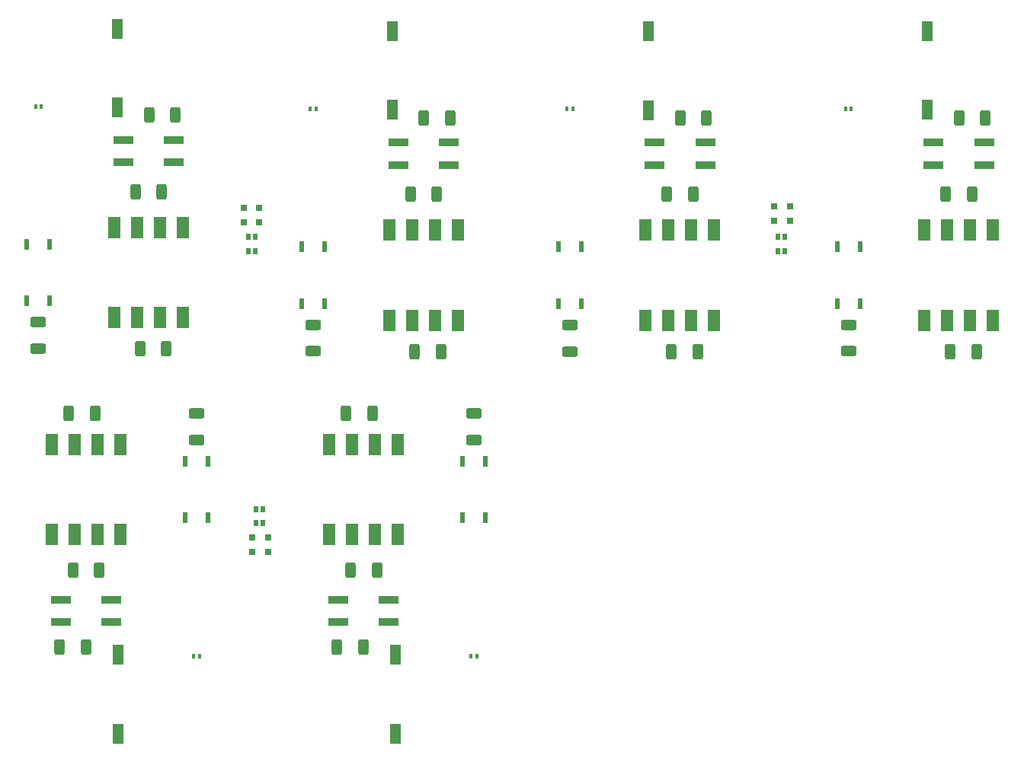
<source format=gbr>
%TF.GenerationSoftware,KiCad,Pcbnew,8.0.1*%
%TF.CreationDate,2025-02-20T00:44:45-08:00*%
%TF.ProjectId,tty2040,74747932-3034-4302-9e6b-696361645f70,a*%
%TF.SameCoordinates,Original*%
%TF.FileFunction,Paste,Top*%
%TF.FilePolarity,Positive*%
%FSLAX46Y46*%
G04 Gerber Fmt 4.6, Leading zero omitted, Abs format (unit mm)*
G04 Created by KiCad (PCBNEW 8.0.1) date 2025-02-20 00:44:45*
%MOMM*%
%LPD*%
G01*
G04 APERTURE LIST*
G04 Aperture macros list*
%AMRoundRect*
0 Rectangle with rounded corners*
0 $1 Rounding radius*
0 $2 $3 $4 $5 $6 $7 $8 $9 X,Y pos of 4 corners*
0 Add a 4 corners polygon primitive as box body*
4,1,4,$2,$3,$4,$5,$6,$7,$8,$9,$2,$3,0*
0 Add four circle primitives for the rounded corners*
1,1,$1+$1,$2,$3*
1,1,$1+$1,$4,$5*
1,1,$1+$1,$6,$7*
1,1,$1+$1,$8,$9*
0 Add four rect primitives between the rounded corners*
20,1,$1+$1,$2,$3,$4,$5,0*
20,1,$1+$1,$4,$5,$6,$7,0*
20,1,$1+$1,$6,$7,$8,$9,0*
20,1,$1+$1,$8,$9,$2,$3,0*%
G04 Aperture macros list end*
%ADD10R,1.300000X2.300000*%
%ADD11RoundRect,0.250000X0.312500X0.625000X-0.312500X0.625000X-0.312500X-0.625000X0.312500X-0.625000X0*%
%ADD12RoundRect,0.250000X-0.312500X-0.625000X0.312500X-0.625000X0.312500X0.625000X-0.312500X0.625000X0*%
%ADD13R,0.300000X0.600000*%
%ADD14R,0.800000X0.800000*%
%ADD15R,2.160000X0.910000*%
%ADD16R,1.420000X2.450000*%
%ADD17R,0.600000X0.800000*%
%ADD18RoundRect,0.250000X0.625000X-0.312500X0.625000X0.312500X-0.625000X0.312500X-0.625000X-0.312500X0*%
%ADD19R,0.590000X1.300000*%
%ADD20RoundRect,0.250000X-0.625000X0.312500X-0.625000X-0.312500X0.625000X-0.312500X0.625000X0.312500X0*%
G04 APERTURE END LIST*
D10*
%TO.C,SW5*%
X104520000Y-130720000D03*
X104520000Y-139480000D03*
%TD*%
%TO.C,SW1*%
X194480000Y-70130000D03*
X194480000Y-61370000D03*
%TD*%
%TO.C,SW4*%
X104462500Y-69842500D03*
X104462500Y-61082500D03*
%TD*%
%TO.C,SW2*%
X163500000Y-70150000D03*
X163500000Y-61390000D03*
%TD*%
%TO.C,SW3*%
X135000000Y-70130000D03*
X135000000Y-61370000D03*
%TD*%
%TO.C,SW6*%
X135345000Y-130720000D03*
X135345000Y-139480000D03*
%TD*%
D11*
%TO.C,R22*%
X133307500Y-121350000D03*
X130382500Y-121350000D03*
%TD*%
D12*
%TO.C,R6*%
X165537500Y-79520000D03*
X168462500Y-79520000D03*
%TD*%
D13*
%TO.C,D10*%
X112950000Y-130850000D03*
X113590000Y-130850000D03*
%TD*%
D14*
%TO.C,LED3*%
X120250000Y-81000000D03*
X120250000Y-82600000D03*
%TD*%
D12*
%TO.C,R12*%
X137537500Y-97000000D03*
X140462500Y-97000000D03*
%TD*%
D14*
%TO.C,LED6*%
X121250000Y-119300000D03*
X121250000Y-117700000D03*
%TD*%
D13*
%TO.C,D2*%
X186050000Y-70000000D03*
X185410000Y-70000000D03*
%TD*%
D15*
%TO.C,D7*%
X105152500Y-73462500D03*
X110772500Y-73462500D03*
X105152500Y-75962500D03*
X110772500Y-75962500D03*
%TD*%
D16*
%TO.C,U3*%
X170810000Y-83500000D03*
X168270000Y-83500000D03*
X165730000Y-83500000D03*
X163190000Y-83500000D03*
X163190000Y-93540000D03*
X165730000Y-93540000D03*
X168270000Y-93540000D03*
X170810000Y-93540000D03*
%TD*%
D15*
%TO.C,D3*%
X164190000Y-73770000D03*
X169810000Y-73770000D03*
X164190000Y-76270000D03*
X169810000Y-76270000D03*
%TD*%
D11*
%TO.C,R18*%
X102482500Y-121350000D03*
X99557500Y-121350000D03*
%TD*%
D17*
%TO.C,U15*%
X119850000Y-116100000D03*
X120650000Y-116100000D03*
X120650000Y-114500000D03*
X119850000Y-114500000D03*
%TD*%
D14*
%TO.C,LED5*%
X119500000Y-119300000D03*
X119500000Y-117700000D03*
%TD*%
D18*
%TO.C,R11*%
X126250000Y-96962500D03*
X126250000Y-94037500D03*
%TD*%
D12*
%TO.C,R4*%
X197017500Y-97000000D03*
X199942500Y-97000000D03*
%TD*%
%TO.C,R16*%
X107000000Y-96712500D03*
X109925000Y-96712500D03*
%TD*%
D17*
%TO.C,U14*%
X119800000Y-84250000D03*
X119000000Y-84250000D03*
X119000000Y-85850000D03*
X119800000Y-85850000D03*
%TD*%
D16*
%TO.C,U9*%
X97210000Y-117370000D03*
X99750000Y-117370000D03*
X102290000Y-117370000D03*
X104830000Y-117370000D03*
X104830000Y-107330000D03*
X102290000Y-107330000D03*
X99750000Y-107330000D03*
X97210000Y-107330000D03*
%TD*%
D11*
%TO.C,R24*%
X132807500Y-103850000D03*
X129882500Y-103850000D03*
%TD*%
D15*
%TO.C,D1*%
X195170000Y-73750000D03*
X200790000Y-73750000D03*
X195170000Y-76250000D03*
X200790000Y-76250000D03*
%TD*%
D16*
%TO.C,U7*%
X111772500Y-83192500D03*
X109232500Y-83192500D03*
X106692500Y-83192500D03*
X104152500Y-83192500D03*
X104152500Y-93232500D03*
X106692500Y-93232500D03*
X109232500Y-93232500D03*
X111772500Y-93232500D03*
%TD*%
D12*
%TO.C,R8*%
X166037500Y-97020000D03*
X168962500Y-97020000D03*
%TD*%
D17*
%TO.C,U13*%
X178650000Y-84200000D03*
X177850000Y-84200000D03*
X177850000Y-85800000D03*
X178650000Y-85800000D03*
%TD*%
D12*
%TO.C,R5*%
X167037500Y-71020000D03*
X169962500Y-71020000D03*
%TD*%
D18*
%TO.C,R7*%
X154750000Y-96982500D03*
X154750000Y-94057500D03*
%TD*%
D19*
%TO.C,U8*%
X94442500Y-91362500D03*
X96982500Y-91362500D03*
X96982500Y-85062500D03*
X94442500Y-85062500D03*
%TD*%
D16*
%TO.C,U5*%
X142310000Y-83480000D03*
X139770000Y-83480000D03*
X137230000Y-83480000D03*
X134690000Y-83480000D03*
X134690000Y-93520000D03*
X137230000Y-93520000D03*
X139770000Y-93520000D03*
X142310000Y-93520000D03*
%TD*%
D19*
%TO.C,U4*%
X153480000Y-91670000D03*
X156020000Y-91670000D03*
X156020000Y-85370000D03*
X153480000Y-85370000D03*
%TD*%
D20*
%TO.C,R23*%
X144095000Y-103887500D03*
X144095000Y-106812500D03*
%TD*%
D11*
%TO.C,R20*%
X101982500Y-103850000D03*
X99057500Y-103850000D03*
%TD*%
D19*
%TO.C,U6*%
X124980000Y-91650000D03*
X127520000Y-91650000D03*
X127520000Y-85350000D03*
X124980000Y-85350000D03*
%TD*%
%TO.C,U10*%
X114540000Y-109200000D03*
X112000000Y-109200000D03*
X112000000Y-115500000D03*
X114540000Y-115500000D03*
%TD*%
D16*
%TO.C,U1*%
X201790000Y-83480000D03*
X199250000Y-83480000D03*
X196710000Y-83480000D03*
X194170000Y-83480000D03*
X194170000Y-93520000D03*
X196710000Y-93520000D03*
X199250000Y-93520000D03*
X201790000Y-93520000D03*
%TD*%
D12*
%TO.C,R2*%
X196517500Y-79500000D03*
X199442500Y-79500000D03*
%TD*%
D15*
%TO.C,D9*%
X103830000Y-127100000D03*
X98210000Y-127100000D03*
X103830000Y-124600000D03*
X98210000Y-124600000D03*
%TD*%
D18*
%TO.C,R15*%
X95712500Y-96675000D03*
X95712500Y-93750000D03*
%TD*%
D11*
%TO.C,R17*%
X100982500Y-129850000D03*
X98057500Y-129850000D03*
%TD*%
D12*
%TO.C,R9*%
X138537500Y-71000000D03*
X141462500Y-71000000D03*
%TD*%
%TO.C,R10*%
X137037500Y-79500000D03*
X139962500Y-79500000D03*
%TD*%
D14*
%TO.C,LED4*%
X118500000Y-81000000D03*
X118500000Y-82600000D03*
%TD*%
D18*
%TO.C,R3*%
X185730000Y-96962500D03*
X185730000Y-94037500D03*
%TD*%
D12*
%TO.C,R14*%
X106500000Y-79212500D03*
X109425000Y-79212500D03*
%TD*%
D13*
%TO.C,D4*%
X155070000Y-70020000D03*
X154430000Y-70020000D03*
%TD*%
D12*
%TO.C,R13*%
X108000000Y-70712500D03*
X110925000Y-70712500D03*
%TD*%
D19*
%TO.C,U12*%
X145365000Y-109200000D03*
X142825000Y-109200000D03*
X142825000Y-115500000D03*
X145365000Y-115500000D03*
%TD*%
D12*
%TO.C,R1*%
X198017500Y-71000000D03*
X200942500Y-71000000D03*
%TD*%
D14*
%TO.C,LED1*%
X179250000Y-80870000D03*
X179250000Y-82470000D03*
%TD*%
D13*
%TO.C,D12*%
X143775000Y-130850000D03*
X144415000Y-130850000D03*
%TD*%
D16*
%TO.C,U11*%
X128035000Y-117370000D03*
X130575000Y-117370000D03*
X133115000Y-117370000D03*
X135655000Y-117370000D03*
X135655000Y-107330000D03*
X133115000Y-107330000D03*
X130575000Y-107330000D03*
X128035000Y-107330000D03*
%TD*%
D11*
%TO.C,R21*%
X131807500Y-129850000D03*
X128882500Y-129850000D03*
%TD*%
D15*
%TO.C,D11*%
X134655000Y-127100000D03*
X129035000Y-127100000D03*
X134655000Y-124600000D03*
X129035000Y-124600000D03*
%TD*%
D14*
%TO.C,LED2*%
X177500000Y-80870000D03*
X177500000Y-82470000D03*
%TD*%
D13*
%TO.C,D8*%
X96032500Y-69712500D03*
X95392500Y-69712500D03*
%TD*%
%TO.C,D6*%
X126570000Y-70000000D03*
X125930000Y-70000000D03*
%TD*%
D19*
%TO.C,U2*%
X184460000Y-91650000D03*
X187000000Y-91650000D03*
X187000000Y-85350000D03*
X184460000Y-85350000D03*
%TD*%
D20*
%TO.C,R19*%
X113270000Y-103887500D03*
X113270000Y-106812500D03*
%TD*%
D15*
%TO.C,D5*%
X135690000Y-73750000D03*
X141310000Y-73750000D03*
X135690000Y-76250000D03*
X141310000Y-76250000D03*
%TD*%
M02*

</source>
